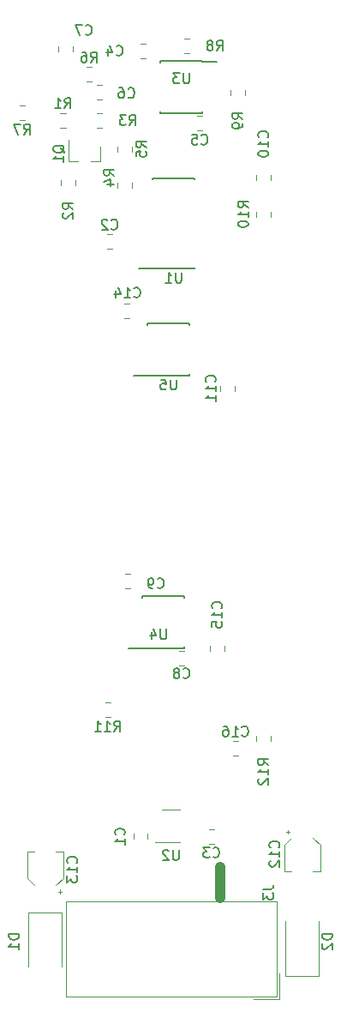
<source format=gbr>
G04 #@! TF.GenerationSoftware,KiCad,Pcbnew,5.0.2+dfsg1-1~bpo9+1*
G04 #@! TF.CreationDate,2019-04-11T13:04:55-07:00*
G04 #@! TF.ProjectId,Drum,4472756d-2e6b-4696-9361-645f70636258,rev?*
G04 #@! TF.SameCoordinates,Original*
G04 #@! TF.FileFunction,Legend,Bot*
G04 #@! TF.FilePolarity,Positive*
%FSLAX46Y46*%
G04 Gerber Fmt 4.6, Leading zero omitted, Abs format (unit mm)*
G04 Created by KiCad (PCBNEW 5.0.2+dfsg1-1~bpo9+1) date Thu 11 Apr 2019 01:04:55 PM PDT*
%MOMM*%
%LPD*%
G01*
G04 APERTURE LIST*
%ADD10C,1.000000*%
%ADD11C,0.120000*%
%ADD12C,0.150000*%
G04 APERTURE END LIST*
D10*
X162560000Y-132842000D02*
X162560000Y-129794000D01*
D11*
G04 #@! TO.C,C7*
X148030000Y-48763422D02*
X148030000Y-49280578D01*
X146610000Y-48763422D02*
X146610000Y-49280578D01*
G04 #@! TO.C,D1*
X143638000Y-134268000D02*
X143638000Y-139668000D01*
X146938000Y-134268000D02*
X146938000Y-139668000D01*
X143638000Y-134268000D02*
X146938000Y-134268000D01*
D12*
G04 #@! TO.C,U4*
X154897000Y-108189000D02*
X153497000Y-108189000D01*
X154897000Y-103089000D02*
X159047000Y-103089000D01*
X154897000Y-108239000D02*
X159047000Y-108239000D01*
X154897000Y-103089000D02*
X154897000Y-103234000D01*
X159047000Y-103089000D02*
X159047000Y-103234000D01*
X159047000Y-108239000D02*
X159047000Y-108094000D01*
X154897000Y-108239000D02*
X154897000Y-108189000D01*
D11*
G04 #@! TO.C,R1*
X147296715Y-56808354D02*
X146779559Y-56808354D01*
X147296715Y-55388354D02*
X146779559Y-55388354D01*
G04 #@! TO.C,Q1*
X150728637Y-60160354D02*
X150728637Y-58700354D01*
X147568637Y-60160354D02*
X147568637Y-58000354D01*
X147568637Y-60160354D02*
X148498637Y-60160354D01*
X150728637Y-60160354D02*
X149798637Y-60160354D01*
G04 #@! TO.C,R3*
X150931215Y-56808354D02*
X150414059Y-56808354D01*
X150931215Y-55388354D02*
X150414059Y-55388354D01*
G04 #@! TO.C,C16*
X164342578Y-118820000D02*
X163825422Y-118820000D01*
X164342578Y-117400000D02*
X163825422Y-117400000D01*
G04 #@! TO.C,C15*
X163016000Y-107945422D02*
X163016000Y-108462578D01*
X161596000Y-107945422D02*
X161596000Y-108462578D01*
G04 #@! TO.C,C14*
X153078922Y-74220000D02*
X153596078Y-74220000D01*
X153078922Y-75640000D02*
X153596078Y-75640000D01*
D12*
G04 #@! TO.C,U5*
X155405000Y-81265000D02*
X154005000Y-81265000D01*
X155405000Y-76165000D02*
X159555000Y-76165000D01*
X155405000Y-81315000D02*
X159555000Y-81315000D01*
X155405000Y-76165000D02*
X155405000Y-76310000D01*
X159555000Y-76165000D02*
X159555000Y-76310000D01*
X159555000Y-81315000D02*
X159555000Y-81170000D01*
X155405000Y-81315000D02*
X155405000Y-81265000D01*
D11*
G04 #@! TO.C,C13*
X146910500Y-132235500D02*
X146535500Y-132235500D01*
X146723000Y-132423000D02*
X146723000Y-132048000D01*
X144228000Y-131618563D02*
X143528000Y-130918563D01*
X146348000Y-131618563D02*
X147048000Y-130918563D01*
X143528000Y-130918563D02*
X143528000Y-128288000D01*
X147048000Y-130918563D02*
X147048000Y-128288000D01*
X147048000Y-128288000D02*
X146348000Y-128288000D01*
X143528000Y-128288000D02*
X144228000Y-128288000D01*
G04 #@! TO.C,C12*
X169065500Y-126336500D02*
X169440500Y-126336500D01*
X169253000Y-126149000D02*
X169253000Y-126524000D01*
X171748000Y-126953437D02*
X172448000Y-127653437D01*
X169628000Y-126953437D02*
X168928000Y-127653437D01*
X172448000Y-127653437D02*
X172448000Y-130284000D01*
X168928000Y-127653437D02*
X168928000Y-130284000D01*
X168928000Y-130284000D02*
X169628000Y-130284000D01*
X172448000Y-130284000D02*
X171748000Y-130284000D01*
G04 #@! TO.C,D2*
X172338000Y-140560000D02*
X172338000Y-135160000D01*
X169038000Y-140560000D02*
X169038000Y-135160000D01*
X172338000Y-140560000D02*
X169038000Y-140560000D01*
G04 #@! TO.C,J3*
X168414000Y-142847000D02*
X168414000Y-140307000D01*
X168414000Y-142847000D02*
X165874000Y-142847000D01*
X168164000Y-142597000D02*
X168164000Y-133247000D01*
X147304000Y-142597000D02*
X168164000Y-142597000D01*
X147304000Y-133247000D02*
X147304000Y-142597000D01*
X168164000Y-133247000D02*
X147304000Y-133247000D01*
G04 #@! TO.C,C1*
X153996000Y-127050578D02*
X153996000Y-126533422D01*
X155416000Y-127050578D02*
X155416000Y-126533422D01*
G04 #@! TO.C,C2*
X151896578Y-68782000D02*
X151379422Y-68782000D01*
X151896578Y-67362000D02*
X151379422Y-67362000D01*
G04 #@! TO.C,C3*
X161447422Y-126082000D02*
X161964578Y-126082000D01*
X161447422Y-127502000D02*
X161964578Y-127502000D01*
G04 #@! TO.C,C4*
X155198578Y-49986000D02*
X154681422Y-49986000D01*
X155198578Y-48566000D02*
X154681422Y-48566000D01*
G04 #@! TO.C,C5*
X160269422Y-55678000D02*
X160786578Y-55678000D01*
X160269422Y-57098000D02*
X160786578Y-57098000D01*
G04 #@! TO.C,C6*
X150363422Y-52630000D02*
X150880578Y-52630000D01*
X150363422Y-54050000D02*
X150880578Y-54050000D01*
G04 #@! TO.C,C8*
X159008578Y-109930000D02*
X158491422Y-109930000D01*
X159008578Y-108510000D02*
X158491422Y-108510000D01*
G04 #@! TO.C,C9*
X153157422Y-100890000D02*
X153674578Y-100890000D01*
X153157422Y-102310000D02*
X153674578Y-102310000D01*
G04 #@! TO.C,C10*
X166168000Y-61980578D02*
X166168000Y-61463422D01*
X167588000Y-61980578D02*
X167588000Y-61463422D01*
G04 #@! TO.C,C11*
X164032000Y-82291422D02*
X164032000Y-82808578D01*
X162612000Y-82291422D02*
X162612000Y-82808578D01*
D12*
G04 #@! TO.C,U1*
X155913000Y-70719000D02*
X154538000Y-70719000D01*
X155913000Y-61844000D02*
X160063000Y-61844000D01*
X155913000Y-70744000D02*
X160063000Y-70744000D01*
X155913000Y-61844000D02*
X155913000Y-61959000D01*
X160063000Y-61844000D02*
X160063000Y-61959000D01*
X160063000Y-70744000D02*
X160063000Y-70629000D01*
X155913000Y-70744000D02*
X155913000Y-70719000D01*
G04 #@! TO.C,U3*
X160825000Y-50307000D02*
X162225000Y-50307000D01*
X160825000Y-55407000D02*
X156675000Y-55407000D01*
X160825000Y-50257000D02*
X156675000Y-50257000D01*
X160825000Y-55407000D02*
X160825000Y-55262000D01*
X156675000Y-55407000D02*
X156675000Y-55262000D01*
X156675000Y-50257000D02*
X156675000Y-50402000D01*
X160825000Y-50257000D02*
X160825000Y-50307000D01*
D11*
G04 #@! TO.C,U2*
X158606000Y-127402000D02*
X156156000Y-127402000D01*
X156806000Y-124182000D02*
X158606000Y-124182000D01*
G04 #@! TO.C,R5*
X152452000Y-59186578D02*
X152452000Y-58669422D01*
X153872000Y-59186578D02*
X153872000Y-58669422D01*
G04 #@! TO.C,R4*
X152452000Y-62742578D02*
X152452000Y-62225422D01*
X153872000Y-62742578D02*
X153872000Y-62225422D01*
G04 #@! TO.C,R2*
X148284000Y-61971422D02*
X148284000Y-62488578D01*
X146864000Y-61971422D02*
X146864000Y-62488578D01*
G04 #@! TO.C,R6*
X149864578Y-52272000D02*
X149347422Y-52272000D01*
X149864578Y-50852000D02*
X149347422Y-50852000D01*
G04 #@! TO.C,R7*
X142743422Y-54662000D02*
X143260578Y-54662000D01*
X142743422Y-56082000D02*
X143260578Y-56082000D01*
G04 #@! TO.C,R8*
X158999422Y-48058000D02*
X159516578Y-48058000D01*
X158999422Y-49478000D02*
X159516578Y-49478000D01*
G04 #@! TO.C,R9*
X165048000Y-53081422D02*
X165048000Y-53598578D01*
X163628000Y-53081422D02*
X163628000Y-53598578D01*
G04 #@! TO.C,R12*
X167588000Y-116835422D02*
X167588000Y-117352578D01*
X166168000Y-116835422D02*
X166168000Y-117352578D01*
G04 #@! TO.C,R10*
X166168000Y-65615078D02*
X166168000Y-65097922D01*
X167588000Y-65615078D02*
X167588000Y-65097922D01*
G04 #@! TO.C,R11*
X151203922Y-113590000D02*
X151721078Y-113590000D01*
X151203922Y-115010000D02*
X151721078Y-115010000D01*
G04 #@! TO.C,C7*
D12*
X149264666Y-47601142D02*
X149312285Y-47648761D01*
X149455142Y-47696380D01*
X149550380Y-47696380D01*
X149693238Y-47648761D01*
X149788476Y-47553523D01*
X149836095Y-47458285D01*
X149883714Y-47267809D01*
X149883714Y-47124952D01*
X149836095Y-46934476D01*
X149788476Y-46839238D01*
X149693238Y-46744000D01*
X149550380Y-46696380D01*
X149455142Y-46696380D01*
X149312285Y-46744000D01*
X149264666Y-46791619D01*
X148931333Y-46696380D02*
X148264666Y-46696380D01*
X148693238Y-47696380D01*
G04 #@! TO.C,D1*
X142692380Y-136421904D02*
X141692380Y-136421904D01*
X141692380Y-136660000D01*
X141740000Y-136802857D01*
X141835238Y-136898095D01*
X141930476Y-136945714D01*
X142120952Y-136993333D01*
X142263809Y-136993333D01*
X142454285Y-136945714D01*
X142549523Y-136898095D01*
X142644761Y-136802857D01*
X142692380Y-136660000D01*
X142692380Y-136421904D01*
X142692380Y-137945714D02*
X142692380Y-137374285D01*
X142692380Y-137660000D02*
X141692380Y-137660000D01*
X141835238Y-137564761D01*
X141930476Y-137469523D01*
X141978095Y-137374285D01*
G04 #@! TO.C,U4*
X157249904Y-106316380D02*
X157249904Y-107125904D01*
X157202285Y-107221142D01*
X157154666Y-107268761D01*
X157059428Y-107316380D01*
X156868952Y-107316380D01*
X156773714Y-107268761D01*
X156726095Y-107221142D01*
X156678476Y-107125904D01*
X156678476Y-106316380D01*
X155773714Y-106649714D02*
X155773714Y-107316380D01*
X156011809Y-106268761D02*
X156249904Y-106983047D01*
X155630857Y-106983047D01*
G04 #@! TO.C,R1*
X147204803Y-54900734D02*
X147538137Y-54424544D01*
X147776232Y-54900734D02*
X147776232Y-53900734D01*
X147395279Y-53900734D01*
X147300041Y-53948354D01*
X147252422Y-53995973D01*
X147204803Y-54091211D01*
X147204803Y-54234068D01*
X147252422Y-54329306D01*
X147300041Y-54376925D01*
X147395279Y-54424544D01*
X147776232Y-54424544D01*
X146252422Y-54900734D02*
X146823851Y-54900734D01*
X146538137Y-54900734D02*
X146538137Y-53900734D01*
X146633375Y-54043592D01*
X146728613Y-54138830D01*
X146823851Y-54186449D01*
G04 #@! TO.C,Q1*
X147196256Y-59305115D02*
X147148637Y-59209877D01*
X147053398Y-59114639D01*
X146910541Y-58971782D01*
X146862922Y-58876544D01*
X146862922Y-58781306D01*
X147101017Y-58828925D02*
X147053398Y-58733687D01*
X146958160Y-58638449D01*
X146767684Y-58590830D01*
X146434351Y-58590830D01*
X146243875Y-58638449D01*
X146148637Y-58733687D01*
X146101017Y-58828925D01*
X146101017Y-59019401D01*
X146148637Y-59114639D01*
X146243875Y-59209877D01*
X146434351Y-59257496D01*
X146767684Y-59257496D01*
X146958160Y-59209877D01*
X147053398Y-59114639D01*
X147101017Y-59019401D01*
X147101017Y-58828925D01*
X147101017Y-60209877D02*
X147101017Y-59638449D01*
X147101017Y-59924163D02*
X146101017Y-59924163D01*
X146243875Y-59828925D01*
X146339113Y-59733687D01*
X146386732Y-59638449D01*
G04 #@! TO.C,R3*
X153582666Y-56586380D02*
X153916000Y-56110190D01*
X154154095Y-56586380D02*
X154154095Y-55586380D01*
X153773142Y-55586380D01*
X153677904Y-55634000D01*
X153630285Y-55681619D01*
X153582666Y-55776857D01*
X153582666Y-55919714D01*
X153630285Y-56014952D01*
X153677904Y-56062571D01*
X153773142Y-56110190D01*
X154154095Y-56110190D01*
X153249333Y-55586380D02*
X152630285Y-55586380D01*
X152963619Y-55967333D01*
X152820761Y-55967333D01*
X152725523Y-56014952D01*
X152677904Y-56062571D01*
X152630285Y-56157809D01*
X152630285Y-56395904D01*
X152677904Y-56491142D01*
X152725523Y-56538761D01*
X152820761Y-56586380D01*
X153106476Y-56586380D01*
X153201714Y-56538761D01*
X153249333Y-56491142D01*
G04 #@! TO.C,C16*
X164726857Y-116817142D02*
X164774476Y-116864761D01*
X164917333Y-116912380D01*
X165012571Y-116912380D01*
X165155428Y-116864761D01*
X165250666Y-116769523D01*
X165298285Y-116674285D01*
X165345904Y-116483809D01*
X165345904Y-116340952D01*
X165298285Y-116150476D01*
X165250666Y-116055238D01*
X165155428Y-115960000D01*
X165012571Y-115912380D01*
X164917333Y-115912380D01*
X164774476Y-115960000D01*
X164726857Y-116007619D01*
X163774476Y-116912380D02*
X164345904Y-116912380D01*
X164060190Y-116912380D02*
X164060190Y-115912380D01*
X164155428Y-116055238D01*
X164250666Y-116150476D01*
X164345904Y-116198095D01*
X162917333Y-115912380D02*
X163107809Y-115912380D01*
X163203047Y-115960000D01*
X163250666Y-116007619D01*
X163345904Y-116150476D01*
X163393523Y-116340952D01*
X163393523Y-116721904D01*
X163345904Y-116817142D01*
X163298285Y-116864761D01*
X163203047Y-116912380D01*
X163012571Y-116912380D01*
X162917333Y-116864761D01*
X162869714Y-116817142D01*
X162822095Y-116721904D01*
X162822095Y-116483809D01*
X162869714Y-116388571D01*
X162917333Y-116340952D01*
X163012571Y-116293333D01*
X163203047Y-116293333D01*
X163298285Y-116340952D01*
X163345904Y-116388571D01*
X163393523Y-116483809D01*
G04 #@! TO.C,C15*
X162663142Y-104259142D02*
X162710761Y-104211523D01*
X162758380Y-104068666D01*
X162758380Y-103973428D01*
X162710761Y-103830571D01*
X162615523Y-103735333D01*
X162520285Y-103687714D01*
X162329809Y-103640095D01*
X162186952Y-103640095D01*
X161996476Y-103687714D01*
X161901238Y-103735333D01*
X161806000Y-103830571D01*
X161758380Y-103973428D01*
X161758380Y-104068666D01*
X161806000Y-104211523D01*
X161853619Y-104259142D01*
X162758380Y-105211523D02*
X162758380Y-104640095D01*
X162758380Y-104925809D02*
X161758380Y-104925809D01*
X161901238Y-104830571D01*
X161996476Y-104735333D01*
X162044095Y-104640095D01*
X161758380Y-106116285D02*
X161758380Y-105640095D01*
X162234571Y-105592476D01*
X162186952Y-105640095D01*
X162139333Y-105735333D01*
X162139333Y-105973428D01*
X162186952Y-106068666D01*
X162234571Y-106116285D01*
X162329809Y-106163904D01*
X162567904Y-106163904D01*
X162663142Y-106116285D01*
X162710761Y-106068666D01*
X162758380Y-105973428D01*
X162758380Y-105735333D01*
X162710761Y-105640095D01*
X162663142Y-105592476D01*
G04 #@! TO.C,C14*
X154058857Y-73509142D02*
X154106476Y-73556761D01*
X154249333Y-73604380D01*
X154344571Y-73604380D01*
X154487428Y-73556761D01*
X154582666Y-73461523D01*
X154630285Y-73366285D01*
X154677904Y-73175809D01*
X154677904Y-73032952D01*
X154630285Y-72842476D01*
X154582666Y-72747238D01*
X154487428Y-72652000D01*
X154344571Y-72604380D01*
X154249333Y-72604380D01*
X154106476Y-72652000D01*
X154058857Y-72699619D01*
X153106476Y-73604380D02*
X153677904Y-73604380D01*
X153392190Y-73604380D02*
X153392190Y-72604380D01*
X153487428Y-72747238D01*
X153582666Y-72842476D01*
X153677904Y-72890095D01*
X152249333Y-72937714D02*
X152249333Y-73604380D01*
X152487428Y-72556761D02*
X152725523Y-73271047D01*
X152106476Y-73271047D01*
G04 #@! TO.C,U5*
X158241904Y-81692380D02*
X158241904Y-82501904D01*
X158194285Y-82597142D01*
X158146666Y-82644761D01*
X158051428Y-82692380D01*
X157860952Y-82692380D01*
X157765714Y-82644761D01*
X157718095Y-82597142D01*
X157670476Y-82501904D01*
X157670476Y-81692380D01*
X156718095Y-81692380D02*
X157194285Y-81692380D01*
X157241904Y-82168571D01*
X157194285Y-82120952D01*
X157099047Y-82073333D01*
X156860952Y-82073333D01*
X156765714Y-82120952D01*
X156718095Y-82168571D01*
X156670476Y-82263809D01*
X156670476Y-82501904D01*
X156718095Y-82597142D01*
X156765714Y-82644761D01*
X156860952Y-82692380D01*
X157099047Y-82692380D01*
X157194285Y-82644761D01*
X157241904Y-82597142D01*
G04 #@! TO.C,C13*
X148345142Y-129405142D02*
X148392761Y-129357523D01*
X148440380Y-129214666D01*
X148440380Y-129119428D01*
X148392761Y-128976571D01*
X148297523Y-128881333D01*
X148202285Y-128833714D01*
X148011809Y-128786095D01*
X147868952Y-128786095D01*
X147678476Y-128833714D01*
X147583238Y-128881333D01*
X147488000Y-128976571D01*
X147440380Y-129119428D01*
X147440380Y-129214666D01*
X147488000Y-129357523D01*
X147535619Y-129405142D01*
X148440380Y-130357523D02*
X148440380Y-129786095D01*
X148440380Y-130071809D02*
X147440380Y-130071809D01*
X147583238Y-129976571D01*
X147678476Y-129881333D01*
X147726095Y-129786095D01*
X147440380Y-130690857D02*
X147440380Y-131309904D01*
X147821333Y-130976571D01*
X147821333Y-131119428D01*
X147868952Y-131214666D01*
X147916571Y-131262285D01*
X148011809Y-131309904D01*
X148249904Y-131309904D01*
X148345142Y-131262285D01*
X148392761Y-131214666D01*
X148440380Y-131119428D01*
X148440380Y-130833714D01*
X148392761Y-130738476D01*
X148345142Y-130690857D01*
G04 #@! TO.C,C12*
X168345142Y-127881142D02*
X168392761Y-127833523D01*
X168440380Y-127690666D01*
X168440380Y-127595428D01*
X168392761Y-127452571D01*
X168297523Y-127357333D01*
X168202285Y-127309714D01*
X168011809Y-127262095D01*
X167868952Y-127262095D01*
X167678476Y-127309714D01*
X167583238Y-127357333D01*
X167488000Y-127452571D01*
X167440380Y-127595428D01*
X167440380Y-127690666D01*
X167488000Y-127833523D01*
X167535619Y-127881142D01*
X168440380Y-128833523D02*
X168440380Y-128262095D01*
X168440380Y-128547809D02*
X167440380Y-128547809D01*
X167583238Y-128452571D01*
X167678476Y-128357333D01*
X167726095Y-128262095D01*
X167535619Y-129214476D02*
X167488000Y-129262095D01*
X167440380Y-129357333D01*
X167440380Y-129595428D01*
X167488000Y-129690666D01*
X167535619Y-129738285D01*
X167630857Y-129785904D01*
X167726095Y-129785904D01*
X167868952Y-129738285D01*
X168440380Y-129166857D01*
X168440380Y-129785904D01*
G04 #@! TO.C,D2*
X173640380Y-136421904D02*
X172640380Y-136421904D01*
X172640380Y-136660000D01*
X172688000Y-136802857D01*
X172783238Y-136898095D01*
X172878476Y-136945714D01*
X173068952Y-136993333D01*
X173211809Y-136993333D01*
X173402285Y-136945714D01*
X173497523Y-136898095D01*
X173592761Y-136802857D01*
X173640380Y-136660000D01*
X173640380Y-136421904D01*
X172735619Y-137374285D02*
X172688000Y-137421904D01*
X172640380Y-137517142D01*
X172640380Y-137755238D01*
X172688000Y-137850476D01*
X172735619Y-137898095D01*
X172830857Y-137945714D01*
X172926095Y-137945714D01*
X173068952Y-137898095D01*
X173640380Y-137326666D01*
X173640380Y-137945714D01*
G04 #@! TO.C,J3*
X166838380Y-132000666D02*
X167552666Y-132000666D01*
X167695523Y-131953047D01*
X167790761Y-131857809D01*
X167838380Y-131714952D01*
X167838380Y-131619714D01*
X166838380Y-132381619D02*
X166838380Y-133000666D01*
X167219333Y-132667333D01*
X167219333Y-132810190D01*
X167266952Y-132905428D01*
X167314571Y-132953047D01*
X167409809Y-133000666D01*
X167647904Y-133000666D01*
X167743142Y-132953047D01*
X167790761Y-132905428D01*
X167838380Y-132810190D01*
X167838380Y-132524476D01*
X167790761Y-132429238D01*
X167743142Y-132381619D01*
G04 #@! TO.C,C1*
X153063142Y-126625333D02*
X153110761Y-126577714D01*
X153158380Y-126434857D01*
X153158380Y-126339619D01*
X153110761Y-126196761D01*
X153015523Y-126101523D01*
X152920285Y-126053904D01*
X152729809Y-126006285D01*
X152586952Y-126006285D01*
X152396476Y-126053904D01*
X152301238Y-126101523D01*
X152206000Y-126196761D01*
X152158380Y-126339619D01*
X152158380Y-126434857D01*
X152206000Y-126577714D01*
X152253619Y-126625333D01*
X153158380Y-127577714D02*
X153158380Y-127006285D01*
X153158380Y-127292000D02*
X152158380Y-127292000D01*
X152301238Y-127196761D01*
X152396476Y-127101523D01*
X152444095Y-127006285D01*
G04 #@! TO.C,C2*
X151804666Y-66779142D02*
X151852285Y-66826761D01*
X151995142Y-66874380D01*
X152090380Y-66874380D01*
X152233238Y-66826761D01*
X152328476Y-66731523D01*
X152376095Y-66636285D01*
X152423714Y-66445809D01*
X152423714Y-66302952D01*
X152376095Y-66112476D01*
X152328476Y-66017238D01*
X152233238Y-65922000D01*
X152090380Y-65874380D01*
X151995142Y-65874380D01*
X151852285Y-65922000D01*
X151804666Y-65969619D01*
X151423714Y-65969619D02*
X151376095Y-65922000D01*
X151280857Y-65874380D01*
X151042761Y-65874380D01*
X150947523Y-65922000D01*
X150899904Y-65969619D01*
X150852285Y-66064857D01*
X150852285Y-66160095D01*
X150899904Y-66302952D01*
X151471333Y-66874380D01*
X150852285Y-66874380D01*
G04 #@! TO.C,C3*
X161872666Y-128799142D02*
X161920285Y-128846761D01*
X162063142Y-128894380D01*
X162158380Y-128894380D01*
X162301238Y-128846761D01*
X162396476Y-128751523D01*
X162444095Y-128656285D01*
X162491714Y-128465809D01*
X162491714Y-128322952D01*
X162444095Y-128132476D01*
X162396476Y-128037238D01*
X162301238Y-127942000D01*
X162158380Y-127894380D01*
X162063142Y-127894380D01*
X161920285Y-127942000D01*
X161872666Y-127989619D01*
X161539333Y-127894380D02*
X160920285Y-127894380D01*
X161253619Y-128275333D01*
X161110761Y-128275333D01*
X161015523Y-128322952D01*
X160967904Y-128370571D01*
X160920285Y-128465809D01*
X160920285Y-128703904D01*
X160967904Y-128799142D01*
X161015523Y-128846761D01*
X161110761Y-128894380D01*
X161396476Y-128894380D01*
X161491714Y-128846761D01*
X161539333Y-128799142D01*
G04 #@! TO.C,C4*
X152312666Y-49633142D02*
X152360285Y-49680761D01*
X152503142Y-49728380D01*
X152598380Y-49728380D01*
X152741238Y-49680761D01*
X152836476Y-49585523D01*
X152884095Y-49490285D01*
X152931714Y-49299809D01*
X152931714Y-49156952D01*
X152884095Y-48966476D01*
X152836476Y-48871238D01*
X152741238Y-48776000D01*
X152598380Y-48728380D01*
X152503142Y-48728380D01*
X152360285Y-48776000D01*
X152312666Y-48823619D01*
X151455523Y-49061714D02*
X151455523Y-49728380D01*
X151693619Y-48680761D02*
X151931714Y-49395047D01*
X151312666Y-49395047D01*
G04 #@! TO.C,C5*
X160694666Y-58395142D02*
X160742285Y-58442761D01*
X160885142Y-58490380D01*
X160980380Y-58490380D01*
X161123238Y-58442761D01*
X161218476Y-58347523D01*
X161266095Y-58252285D01*
X161313714Y-58061809D01*
X161313714Y-57918952D01*
X161266095Y-57728476D01*
X161218476Y-57633238D01*
X161123238Y-57538000D01*
X160980380Y-57490380D01*
X160885142Y-57490380D01*
X160742285Y-57538000D01*
X160694666Y-57585619D01*
X159789904Y-57490380D02*
X160266095Y-57490380D01*
X160313714Y-57966571D01*
X160266095Y-57918952D01*
X160170857Y-57871333D01*
X159932761Y-57871333D01*
X159837523Y-57918952D01*
X159789904Y-57966571D01*
X159742285Y-58061809D01*
X159742285Y-58299904D01*
X159789904Y-58395142D01*
X159837523Y-58442761D01*
X159932761Y-58490380D01*
X160170857Y-58490380D01*
X160266095Y-58442761D01*
X160313714Y-58395142D01*
G04 #@! TO.C,C6*
X153476666Y-53805142D02*
X153524285Y-53852761D01*
X153667142Y-53900380D01*
X153762380Y-53900380D01*
X153905238Y-53852761D01*
X154000476Y-53757523D01*
X154048095Y-53662285D01*
X154095714Y-53471809D01*
X154095714Y-53328952D01*
X154048095Y-53138476D01*
X154000476Y-53043238D01*
X153905238Y-52948000D01*
X153762380Y-52900380D01*
X153667142Y-52900380D01*
X153524285Y-52948000D01*
X153476666Y-52995619D01*
X152619523Y-52900380D02*
X152810000Y-52900380D01*
X152905238Y-52948000D01*
X152952857Y-52995619D01*
X153048095Y-53138476D01*
X153095714Y-53328952D01*
X153095714Y-53709904D01*
X153048095Y-53805142D01*
X153000476Y-53852761D01*
X152905238Y-53900380D01*
X152714761Y-53900380D01*
X152619523Y-53852761D01*
X152571904Y-53805142D01*
X152524285Y-53709904D01*
X152524285Y-53471809D01*
X152571904Y-53376571D01*
X152619523Y-53328952D01*
X152714761Y-53281333D01*
X152905238Y-53281333D01*
X153000476Y-53328952D01*
X153048095Y-53376571D01*
X153095714Y-53471809D01*
G04 #@! TO.C,C8*
X158916666Y-111101142D02*
X158964285Y-111148761D01*
X159107142Y-111196380D01*
X159202380Y-111196380D01*
X159345238Y-111148761D01*
X159440476Y-111053523D01*
X159488095Y-110958285D01*
X159535714Y-110767809D01*
X159535714Y-110624952D01*
X159488095Y-110434476D01*
X159440476Y-110339238D01*
X159345238Y-110244000D01*
X159202380Y-110196380D01*
X159107142Y-110196380D01*
X158964285Y-110244000D01*
X158916666Y-110291619D01*
X158345238Y-110624952D02*
X158440476Y-110577333D01*
X158488095Y-110529714D01*
X158535714Y-110434476D01*
X158535714Y-110386857D01*
X158488095Y-110291619D01*
X158440476Y-110244000D01*
X158345238Y-110196380D01*
X158154761Y-110196380D01*
X158059523Y-110244000D01*
X158011904Y-110291619D01*
X157964285Y-110386857D01*
X157964285Y-110434476D01*
X158011904Y-110529714D01*
X158059523Y-110577333D01*
X158154761Y-110624952D01*
X158345238Y-110624952D01*
X158440476Y-110672571D01*
X158488095Y-110720190D01*
X158535714Y-110815428D01*
X158535714Y-111005904D01*
X158488095Y-111101142D01*
X158440476Y-111148761D01*
X158345238Y-111196380D01*
X158154761Y-111196380D01*
X158059523Y-111148761D01*
X158011904Y-111101142D01*
X157964285Y-111005904D01*
X157964285Y-110815428D01*
X158011904Y-110720190D01*
X158059523Y-110672571D01*
X158154761Y-110624952D01*
G04 #@! TO.C,C9*
X156376666Y-102211142D02*
X156424285Y-102258761D01*
X156567142Y-102306380D01*
X156662380Y-102306380D01*
X156805238Y-102258761D01*
X156900476Y-102163523D01*
X156948095Y-102068285D01*
X156995714Y-101877809D01*
X156995714Y-101734952D01*
X156948095Y-101544476D01*
X156900476Y-101449238D01*
X156805238Y-101354000D01*
X156662380Y-101306380D01*
X156567142Y-101306380D01*
X156424285Y-101354000D01*
X156376666Y-101401619D01*
X155900476Y-102306380D02*
X155710000Y-102306380D01*
X155614761Y-102258761D01*
X155567142Y-102211142D01*
X155471904Y-102068285D01*
X155424285Y-101877809D01*
X155424285Y-101496857D01*
X155471904Y-101401619D01*
X155519523Y-101354000D01*
X155614761Y-101306380D01*
X155805238Y-101306380D01*
X155900476Y-101354000D01*
X155948095Y-101401619D01*
X155995714Y-101496857D01*
X155995714Y-101734952D01*
X155948095Y-101830190D01*
X155900476Y-101877809D01*
X155805238Y-101925428D01*
X155614761Y-101925428D01*
X155519523Y-101877809D01*
X155471904Y-101830190D01*
X155424285Y-101734952D01*
G04 #@! TO.C,C10*
X167235142Y-57777142D02*
X167282761Y-57729523D01*
X167330380Y-57586666D01*
X167330380Y-57491428D01*
X167282761Y-57348571D01*
X167187523Y-57253333D01*
X167092285Y-57205714D01*
X166901809Y-57158095D01*
X166758952Y-57158095D01*
X166568476Y-57205714D01*
X166473238Y-57253333D01*
X166378000Y-57348571D01*
X166330380Y-57491428D01*
X166330380Y-57586666D01*
X166378000Y-57729523D01*
X166425619Y-57777142D01*
X167330380Y-58729523D02*
X167330380Y-58158095D01*
X167330380Y-58443809D02*
X166330380Y-58443809D01*
X166473238Y-58348571D01*
X166568476Y-58253333D01*
X166616095Y-58158095D01*
X166330380Y-59348571D02*
X166330380Y-59443809D01*
X166378000Y-59539047D01*
X166425619Y-59586666D01*
X166520857Y-59634285D01*
X166711333Y-59681904D01*
X166949428Y-59681904D01*
X167139904Y-59634285D01*
X167235142Y-59586666D01*
X167282761Y-59539047D01*
X167330380Y-59443809D01*
X167330380Y-59348571D01*
X167282761Y-59253333D01*
X167235142Y-59205714D01*
X167139904Y-59158095D01*
X166949428Y-59110476D01*
X166711333Y-59110476D01*
X166520857Y-59158095D01*
X166425619Y-59205714D01*
X166378000Y-59253333D01*
X166330380Y-59348571D01*
G04 #@! TO.C,C11*
X162029142Y-81907142D02*
X162076761Y-81859523D01*
X162124380Y-81716666D01*
X162124380Y-81621428D01*
X162076761Y-81478571D01*
X161981523Y-81383333D01*
X161886285Y-81335714D01*
X161695809Y-81288095D01*
X161552952Y-81288095D01*
X161362476Y-81335714D01*
X161267238Y-81383333D01*
X161172000Y-81478571D01*
X161124380Y-81621428D01*
X161124380Y-81716666D01*
X161172000Y-81859523D01*
X161219619Y-81907142D01*
X162124380Y-82859523D02*
X162124380Y-82288095D01*
X162124380Y-82573809D02*
X161124380Y-82573809D01*
X161267238Y-82478571D01*
X161362476Y-82383333D01*
X161410095Y-82288095D01*
X162124380Y-83811904D02*
X162124380Y-83240476D01*
X162124380Y-83526190D02*
X161124380Y-83526190D01*
X161267238Y-83430952D01*
X161362476Y-83335714D01*
X161410095Y-83240476D01*
G04 #@! TO.C,U1*
X158749904Y-71121380D02*
X158749904Y-71930904D01*
X158702285Y-72026142D01*
X158654666Y-72073761D01*
X158559428Y-72121380D01*
X158368952Y-72121380D01*
X158273714Y-72073761D01*
X158226095Y-72026142D01*
X158178476Y-71930904D01*
X158178476Y-71121380D01*
X157178476Y-72121380D02*
X157749904Y-72121380D01*
X157464190Y-72121380D02*
X157464190Y-71121380D01*
X157559428Y-71264238D01*
X157654666Y-71359476D01*
X157749904Y-71407095D01*
G04 #@! TO.C,U3*
X159511904Y-51454380D02*
X159511904Y-52263904D01*
X159464285Y-52359142D01*
X159416666Y-52406761D01*
X159321428Y-52454380D01*
X159130952Y-52454380D01*
X159035714Y-52406761D01*
X158988095Y-52359142D01*
X158940476Y-52263904D01*
X158940476Y-51454380D01*
X158559523Y-51454380D02*
X157940476Y-51454380D01*
X158273809Y-51835333D01*
X158130952Y-51835333D01*
X158035714Y-51882952D01*
X157988095Y-51930571D01*
X157940476Y-52025809D01*
X157940476Y-52263904D01*
X157988095Y-52359142D01*
X158035714Y-52406761D01*
X158130952Y-52454380D01*
X158416666Y-52454380D01*
X158511904Y-52406761D01*
X158559523Y-52359142D01*
G04 #@! TO.C,U2*
X158467904Y-128144380D02*
X158467904Y-128953904D01*
X158420285Y-129049142D01*
X158372666Y-129096761D01*
X158277428Y-129144380D01*
X158086952Y-129144380D01*
X157991714Y-129096761D01*
X157944095Y-129049142D01*
X157896476Y-128953904D01*
X157896476Y-128144380D01*
X157467904Y-128239619D02*
X157420285Y-128192000D01*
X157325047Y-128144380D01*
X157086952Y-128144380D01*
X156991714Y-128192000D01*
X156944095Y-128239619D01*
X156896476Y-128334857D01*
X156896476Y-128430095D01*
X156944095Y-128572952D01*
X157515523Y-129144380D01*
X156896476Y-129144380D01*
G04 #@! TO.C,R5*
X155264380Y-58761333D02*
X154788190Y-58428000D01*
X155264380Y-58189904D02*
X154264380Y-58189904D01*
X154264380Y-58570857D01*
X154312000Y-58666095D01*
X154359619Y-58713714D01*
X154454857Y-58761333D01*
X154597714Y-58761333D01*
X154692952Y-58713714D01*
X154740571Y-58666095D01*
X154788190Y-58570857D01*
X154788190Y-58189904D01*
X154264380Y-59666095D02*
X154264380Y-59189904D01*
X154740571Y-59142285D01*
X154692952Y-59189904D01*
X154645333Y-59285142D01*
X154645333Y-59523238D01*
X154692952Y-59618476D01*
X154740571Y-59666095D01*
X154835809Y-59713714D01*
X155073904Y-59713714D01*
X155169142Y-59666095D01*
X155216761Y-59618476D01*
X155264380Y-59523238D01*
X155264380Y-59285142D01*
X155216761Y-59189904D01*
X155169142Y-59142285D01*
G04 #@! TO.C,R4*
X152090380Y-61555333D02*
X151614190Y-61222000D01*
X152090380Y-60983904D02*
X151090380Y-60983904D01*
X151090380Y-61364857D01*
X151138000Y-61460095D01*
X151185619Y-61507714D01*
X151280857Y-61555333D01*
X151423714Y-61555333D01*
X151518952Y-61507714D01*
X151566571Y-61460095D01*
X151614190Y-61364857D01*
X151614190Y-60983904D01*
X151423714Y-62412476D02*
X152090380Y-62412476D01*
X151042761Y-62174380D02*
X151757047Y-61936285D01*
X151757047Y-62555333D01*
G04 #@! TO.C,R2*
X148026380Y-64857333D02*
X147550190Y-64524000D01*
X148026380Y-64285904D02*
X147026380Y-64285904D01*
X147026380Y-64666857D01*
X147074000Y-64762095D01*
X147121619Y-64809714D01*
X147216857Y-64857333D01*
X147359714Y-64857333D01*
X147454952Y-64809714D01*
X147502571Y-64762095D01*
X147550190Y-64666857D01*
X147550190Y-64285904D01*
X147121619Y-65238285D02*
X147074000Y-65285904D01*
X147026380Y-65381142D01*
X147026380Y-65619238D01*
X147074000Y-65714476D01*
X147121619Y-65762095D01*
X147216857Y-65809714D01*
X147312095Y-65809714D01*
X147454952Y-65762095D01*
X148026380Y-65190666D01*
X148026380Y-65809714D01*
G04 #@! TO.C,R6*
X149772666Y-50364380D02*
X150106000Y-49888190D01*
X150344095Y-50364380D02*
X150344095Y-49364380D01*
X149963142Y-49364380D01*
X149867904Y-49412000D01*
X149820285Y-49459619D01*
X149772666Y-49554857D01*
X149772666Y-49697714D01*
X149820285Y-49792952D01*
X149867904Y-49840571D01*
X149963142Y-49888190D01*
X150344095Y-49888190D01*
X148915523Y-49364380D02*
X149106000Y-49364380D01*
X149201238Y-49412000D01*
X149248857Y-49459619D01*
X149344095Y-49602476D01*
X149391714Y-49792952D01*
X149391714Y-50173904D01*
X149344095Y-50269142D01*
X149296476Y-50316761D01*
X149201238Y-50364380D01*
X149010761Y-50364380D01*
X148915523Y-50316761D01*
X148867904Y-50269142D01*
X148820285Y-50173904D01*
X148820285Y-49935809D01*
X148867904Y-49840571D01*
X148915523Y-49792952D01*
X149010761Y-49745333D01*
X149201238Y-49745333D01*
X149296476Y-49792952D01*
X149344095Y-49840571D01*
X149391714Y-49935809D01*
G04 #@! TO.C,R7*
X143168666Y-57474380D02*
X143502000Y-56998190D01*
X143740095Y-57474380D02*
X143740095Y-56474380D01*
X143359142Y-56474380D01*
X143263904Y-56522000D01*
X143216285Y-56569619D01*
X143168666Y-56664857D01*
X143168666Y-56807714D01*
X143216285Y-56902952D01*
X143263904Y-56950571D01*
X143359142Y-56998190D01*
X143740095Y-56998190D01*
X142835333Y-56474380D02*
X142168666Y-56474380D01*
X142597238Y-57474380D01*
G04 #@! TO.C,R8*
X162218666Y-49220380D02*
X162552000Y-48744190D01*
X162790095Y-49220380D02*
X162790095Y-48220380D01*
X162409142Y-48220380D01*
X162313904Y-48268000D01*
X162266285Y-48315619D01*
X162218666Y-48410857D01*
X162218666Y-48553714D01*
X162266285Y-48648952D01*
X162313904Y-48696571D01*
X162409142Y-48744190D01*
X162790095Y-48744190D01*
X161647238Y-48648952D02*
X161742476Y-48601333D01*
X161790095Y-48553714D01*
X161837714Y-48458476D01*
X161837714Y-48410857D01*
X161790095Y-48315619D01*
X161742476Y-48268000D01*
X161647238Y-48220380D01*
X161456761Y-48220380D01*
X161361523Y-48268000D01*
X161313904Y-48315619D01*
X161266285Y-48410857D01*
X161266285Y-48458476D01*
X161313904Y-48553714D01*
X161361523Y-48601333D01*
X161456761Y-48648952D01*
X161647238Y-48648952D01*
X161742476Y-48696571D01*
X161790095Y-48744190D01*
X161837714Y-48839428D01*
X161837714Y-49029904D01*
X161790095Y-49125142D01*
X161742476Y-49172761D01*
X161647238Y-49220380D01*
X161456761Y-49220380D01*
X161361523Y-49172761D01*
X161313904Y-49125142D01*
X161266285Y-49029904D01*
X161266285Y-48839428D01*
X161313904Y-48744190D01*
X161361523Y-48696571D01*
X161456761Y-48648952D01*
G04 #@! TO.C,R9*
X164790380Y-55967333D02*
X164314190Y-55634000D01*
X164790380Y-55395904D02*
X163790380Y-55395904D01*
X163790380Y-55776857D01*
X163838000Y-55872095D01*
X163885619Y-55919714D01*
X163980857Y-55967333D01*
X164123714Y-55967333D01*
X164218952Y-55919714D01*
X164266571Y-55872095D01*
X164314190Y-55776857D01*
X164314190Y-55395904D01*
X164790380Y-56443523D02*
X164790380Y-56634000D01*
X164742761Y-56729238D01*
X164695142Y-56776857D01*
X164552285Y-56872095D01*
X164361809Y-56919714D01*
X163980857Y-56919714D01*
X163885619Y-56872095D01*
X163838000Y-56824476D01*
X163790380Y-56729238D01*
X163790380Y-56538761D01*
X163838000Y-56443523D01*
X163885619Y-56395904D01*
X163980857Y-56348285D01*
X164218952Y-56348285D01*
X164314190Y-56395904D01*
X164361809Y-56443523D01*
X164409428Y-56538761D01*
X164409428Y-56729238D01*
X164361809Y-56824476D01*
X164314190Y-56872095D01*
X164218952Y-56919714D01*
G04 #@! TO.C,R12*
X167330380Y-119753142D02*
X166854190Y-119419809D01*
X167330380Y-119181714D02*
X166330380Y-119181714D01*
X166330380Y-119562666D01*
X166378000Y-119657904D01*
X166425619Y-119705523D01*
X166520857Y-119753142D01*
X166663714Y-119753142D01*
X166758952Y-119705523D01*
X166806571Y-119657904D01*
X166854190Y-119562666D01*
X166854190Y-119181714D01*
X167330380Y-120705523D02*
X167330380Y-120134095D01*
X167330380Y-120419809D02*
X166330380Y-120419809D01*
X166473238Y-120324571D01*
X166568476Y-120229333D01*
X166616095Y-120134095D01*
X166425619Y-121086476D02*
X166378000Y-121134095D01*
X166330380Y-121229333D01*
X166330380Y-121467428D01*
X166378000Y-121562666D01*
X166425619Y-121610285D01*
X166520857Y-121657904D01*
X166616095Y-121657904D01*
X166758952Y-121610285D01*
X167330380Y-121038857D01*
X167330380Y-121657904D01*
G04 #@! TO.C,R10*
X165330380Y-64713642D02*
X164854190Y-64380309D01*
X165330380Y-64142214D02*
X164330380Y-64142214D01*
X164330380Y-64523166D01*
X164378000Y-64618404D01*
X164425619Y-64666023D01*
X164520857Y-64713642D01*
X164663714Y-64713642D01*
X164758952Y-64666023D01*
X164806571Y-64618404D01*
X164854190Y-64523166D01*
X164854190Y-64142214D01*
X165330380Y-65666023D02*
X165330380Y-65094595D01*
X165330380Y-65380309D02*
X164330380Y-65380309D01*
X164473238Y-65285071D01*
X164568476Y-65189833D01*
X164616095Y-65094595D01*
X164330380Y-66285071D02*
X164330380Y-66380309D01*
X164378000Y-66475547D01*
X164425619Y-66523166D01*
X164520857Y-66570785D01*
X164711333Y-66618404D01*
X164949428Y-66618404D01*
X165139904Y-66570785D01*
X165235142Y-66523166D01*
X165282761Y-66475547D01*
X165330380Y-66380309D01*
X165330380Y-66285071D01*
X165282761Y-66189833D01*
X165235142Y-66142214D01*
X165139904Y-66094595D01*
X164949428Y-66046976D01*
X164711333Y-66046976D01*
X164520857Y-66094595D01*
X164425619Y-66142214D01*
X164378000Y-66189833D01*
X164330380Y-66285071D01*
G04 #@! TO.C,R11*
X152105357Y-116402380D02*
X152438690Y-115926190D01*
X152676785Y-116402380D02*
X152676785Y-115402380D01*
X152295833Y-115402380D01*
X152200595Y-115450000D01*
X152152976Y-115497619D01*
X152105357Y-115592857D01*
X152105357Y-115735714D01*
X152152976Y-115830952D01*
X152200595Y-115878571D01*
X152295833Y-115926190D01*
X152676785Y-115926190D01*
X151152976Y-116402380D02*
X151724404Y-116402380D01*
X151438690Y-116402380D02*
X151438690Y-115402380D01*
X151533928Y-115545238D01*
X151629166Y-115640476D01*
X151724404Y-115688095D01*
X150200595Y-116402380D02*
X150772023Y-116402380D01*
X150486309Y-116402380D02*
X150486309Y-115402380D01*
X150581547Y-115545238D01*
X150676785Y-115640476D01*
X150772023Y-115688095D01*
G04 #@! TD*
M02*

</source>
